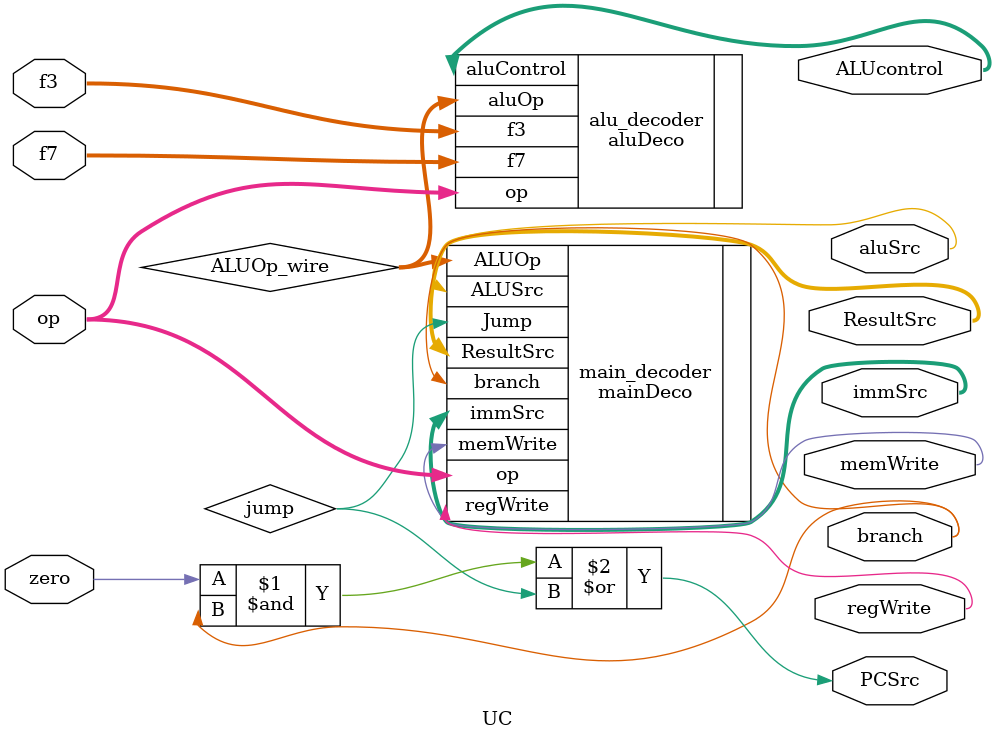
<source format=v>
`include "..\Unidad de Control\Decodificador de ALU\aluDeco.v"
`include "..\Unidad de Control\Decodificador Principal\mainDeco.v"


module UC(
    input [6:0] op,               // Opcode para identificar el tipo de instrucción
    input [2:0] f3,               // Función f3 (campo de 3 bits)
    input [6:0] f7,               // Función f7 (7 bit)
    input zero,                   // Señal de cero desde la ALU, indica si el resultado es cero

    output branch,                // Señal para saltos condicionales
    output PCSrc,                 // Control de la fuente del PC
    output [1:0] ResultSrc,       // Control de la fuente del resultado
    output memWrite,              // Habilitación de escritura en memoria
    output [2:0] ALUcontrol,      // Control de operación de la ALU
    output aluSrc,                // Control de la fuente de la ALU
    output [1:0] immSrc,          // Selecciona cómo se extenderá el inmediato
    output regWrite               // Habilitación de escritura en el banco de registros
    
);
wire [1:0] ALUOp_wire;
wire jump;

mainDeco main_decoder (
    .op(op),
    .branch(branch),
    .ResultSrc(ResultSrc),
    .memWrite(memWrite),
    .ALUSrc(aluSrc),
    .immSrc(immSrc),
    .regWrite(regWrite),
    .ALUOp(ALUOp_wire),
    .Jump(jump)
);

aluDeco alu_decoder (
    .aluOp(ALUOp_wire),
    .f3(f3),
    .op(op),
    .f7(f7),
    .aluControl(ALUcontrol)
);

assign PCSrc = (zero & branch) | jump;

endmodule
</source>
